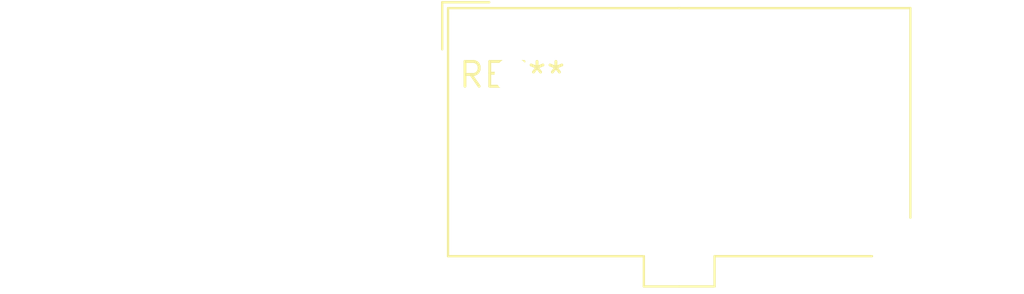
<source format=kicad_pcb>
(kicad_pcb (version 20240108) (generator pcbnew)
  (layers (0 "F.Cu" signal) (31 "B.Cu" signal) (34 "B.Paste" user) (35 "F.Paste" user) (36 "B.SilkS" user "B.Silkscreen") (37 "F.SilkS" user "F.Silkscreen") (38 "B.Mask" user) (39 "F.Mask" user) (44 "Edge.Cuts" user))
  (net 0 "")
  (footprint "Molex_Mega-Fit_76829-0108_2x04_P5.70mm_Vertical" (layer "F.Cu") (at 0 0)
    (property "Reference" "REF**")
    (property "Value" "Molex_Mega-Fit_76829-0108_2x04_P5.70mm_Vertical")
    (fp_line (start -3.585 -3.72) (end -1.175 -3.72) (layer "F.SilkS") (stroke (width 0.12)))
    (fp_line (start -3.585 -1.31) (end -3.585 -3.72) (layer "F.SilkS") (stroke (width 0.12)))
    (fp_line (start -3.285 -3.42) (end -3.285 9.28) (layer "F.SilkS") (stroke (width 0.12)))
    (fp_line (start -3.285 9.28) (end 6.74 9.28) (layer "F.SilkS") (stroke (width 0.12)))
    (fp_line (start 6.74 9.28) (end 6.74 10.83) (layer "F.SilkS") (stroke (width 0.12)))
    (fp_line (start 6.74 10.83) (end 8.55 10.83) (layer "F.SilkS") (stroke (width 0.12)))
    (fp_line (start 8.55 -3.42) (end -3.285 -3.42) (layer "F.SilkS") (stroke (width 0.12)))
    (fp_line (start 8.55 -3.42) (end 20.385 -3.42) (layer "F.SilkS") (stroke (width 0.12)))
    (fp_line (start 10.36 9.28) (end 10.36 10.83) (layer "F.SilkS") (stroke (width 0.12)))
    (fp_line (start 10.36 10.83) (end 8.55 10.83) (layer "F.SilkS") (stroke (width 0.12)))
    (fp_line (start 18.42 9.28) (end 10.36 9.28) (layer "F.SilkS") (stroke (width 0.12)))
    (fp_line (start 20.385 -3.42) (end 20.385 7.31) (layer "F.SilkS") (stroke (width 0.12)))
    (pad "" np_thru_hole circle (at 19.58 8.47) (size 1.8 1.8) (drill 1.8) (layers *.Cu *.Mask))
    (pad "1" thru_hole roundrect (at 0 0) (size 3.7 3.7) (drill 1.8) (layers *.Cu *.Mask) (remove_unused_layers) (roundrect_rratio 0.067568))
    (pad "2" thru_hole circle (at 5.7 0) (size 3.7 3.7) (drill 1.8) (layers *.Cu *.Mask) (remove_unused_layers))
    (pad "3" thru_hole circle (at 11.4 0) (size 3.7 3.7) (drill 1.8) (layers *.Cu *.Mask) (remove_unused_layers))
    (pad "4" thru_hole circle (at 17.1 0) (size 3.7 3.7) (drill 1.8) (layers *.Cu *.Mask) (remove_unused_layers))
    (pad "5" thru_hole circle (at 0 5.7) (size 3.7 3.7) (drill 1.8) (layers *.Cu *.Mask) (remove_unused_layers))
    (pad "6" thru_hole circle (at 5.7 5.7) (size 3.7 3.7) (drill 1.8) (layers *.Cu *.Mask) (remove_unused_layers))
    (pad "7" thru_hole circle (at 11.4 5.7) (size 3.7 3.7) (drill 1.8) (layers *.Cu *.Mask) (remove_unused_layers))
    (pad "8" thru_hole circle (at 17.1 5.7) (size 3.7 3.7) (drill 1.8) (layers *.Cu *.Mask) (remove_unused_layers))
  )
)
</source>
